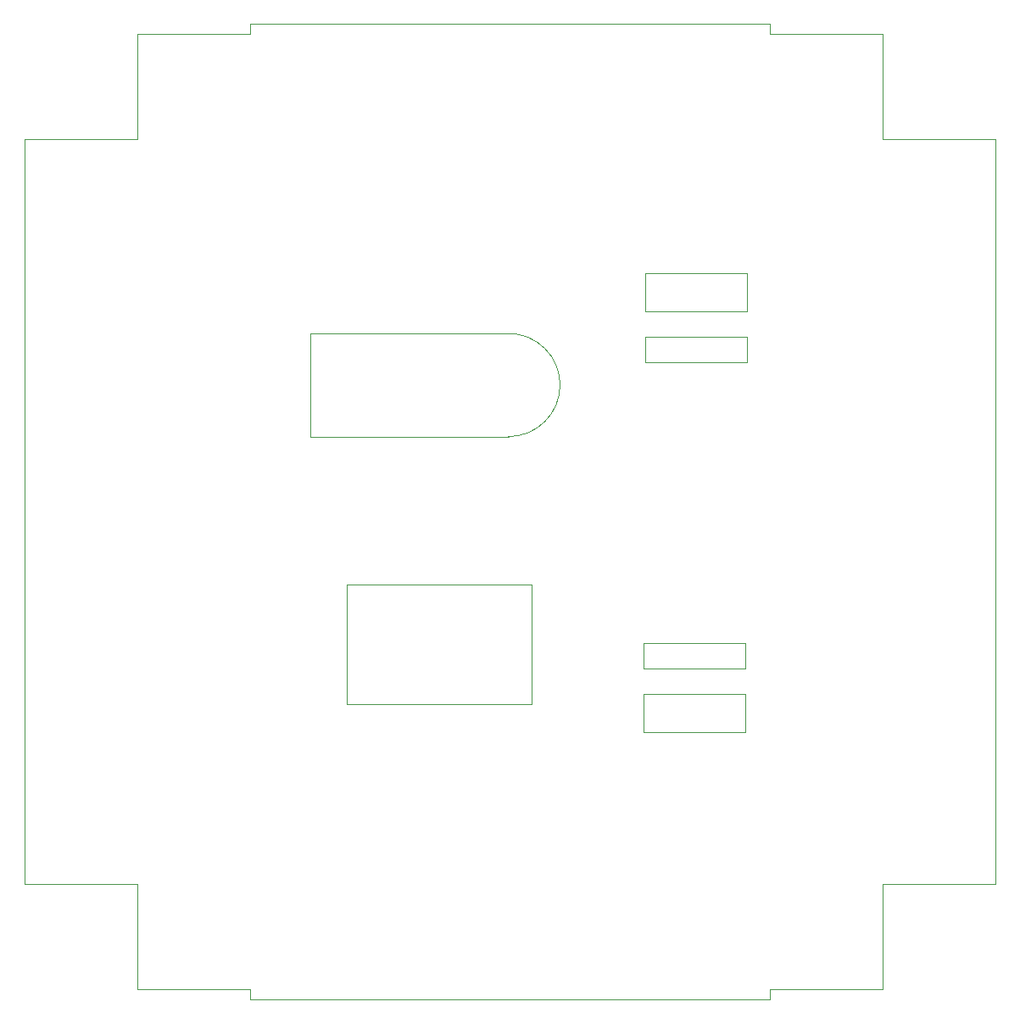
<source format=gm1>
%TF.GenerationSoftware,KiCad,Pcbnew,8.0.8*%
%TF.CreationDate,2025-03-29T22:03:17-04:00*%
%TF.ProjectId,ZPlus_Panel,5a506c75-735f-4506-916e-656c2e6b6963,v1b*%
%TF.SameCoordinates,Original*%
%TF.FileFunction,Profile,NP*%
%FSLAX46Y46*%
G04 Gerber Fmt 4.6, Leading zero omitted, Abs format (unit mm)*
G04 Created by KiCad (PCBNEW 8.0.8) date 2025-03-29 22:03:17*
%MOMM*%
%LPD*%
G01*
G04 APERTURE LIST*
%TA.AperFunction,Profile*%
%ADD10C,0.050000*%
%TD*%
%TA.AperFunction,Profile*%
%ADD11C,0.100000*%
%TD*%
G04 APERTURE END LIST*
D10*
X219858000Y-40806800D02*
X208584000Y-40806800D01*
X208584000Y-39806800D02*
X208584000Y-40806800D01*
X208584000Y-39806800D02*
X156712000Y-39806800D01*
X219856000Y-136135600D02*
X219856000Y-125620000D01*
X156712000Y-40806800D02*
X145438000Y-40806800D01*
X145438000Y-51322400D02*
X134164000Y-51322400D01*
X196149035Y-71024000D02*
X196149035Y-73564000D01*
X219858000Y-51322400D02*
X219858000Y-40806800D01*
X206109035Y-101544000D02*
X206109035Y-104084000D01*
X206109035Y-104084000D02*
X195949035Y-104084000D01*
X206104000Y-106624000D02*
X195944000Y-106624000D01*
X206304000Y-68484000D02*
X206304000Y-64674000D01*
X196144000Y-64674000D02*
X196144000Y-68484000D01*
X195949035Y-101544000D02*
X206109035Y-101544000D01*
X231130000Y-125620000D02*
X219856000Y-125620000D01*
X145436000Y-125620000D02*
X134162000Y-125620000D01*
X206309035Y-73564000D02*
X206309035Y-71024000D01*
X145438000Y-51322400D02*
X145438000Y-40806800D01*
X195944000Y-110434000D02*
X206104000Y-110434000D01*
X206304000Y-64674000D02*
X196144000Y-64674000D01*
X156710000Y-137135600D02*
X156710000Y-136135600D01*
X134164000Y-51322400D02*
X134162000Y-125620000D01*
X156710000Y-136135600D02*
X145436000Y-136135600D01*
X219856000Y-136135600D02*
X208582000Y-136135600D01*
X195944000Y-106624000D02*
X195944000Y-110434000D01*
X208582000Y-137135600D02*
X156710000Y-137135600D01*
X231130000Y-125620000D02*
X231132000Y-51322400D01*
X195949035Y-104084000D02*
X195949035Y-101544000D01*
X231132000Y-51322400D02*
X219858000Y-51322400D01*
X156712000Y-40806800D02*
X156712000Y-39806800D01*
X206309035Y-71024000D02*
X196149035Y-71024000D01*
X196144000Y-68484000D02*
X206304000Y-68484000D01*
X208582000Y-136135600D02*
X208582000Y-137135600D01*
X196149035Y-73564000D02*
X206309035Y-73564000D01*
X145436000Y-136135600D02*
X145436000Y-125620000D01*
X206104000Y-110434000D02*
X206104000Y-106624000D01*
D11*
X166300000Y-95750000D02*
X184825000Y-95750000D01*
X184825000Y-107650000D01*
X166300000Y-107650000D01*
X166300000Y-95750000D01*
X162710446Y-70675000D02*
X162710446Y-80975000D01*
X162710446Y-70675000D02*
X182485446Y-70675000D01*
X162710446Y-80975000D02*
X182485446Y-80975000D01*
X182485446Y-70675000D02*
G75*
G02*
X182485446Y-80975000I2054J-5150000D01*
G01*
M02*

</source>
